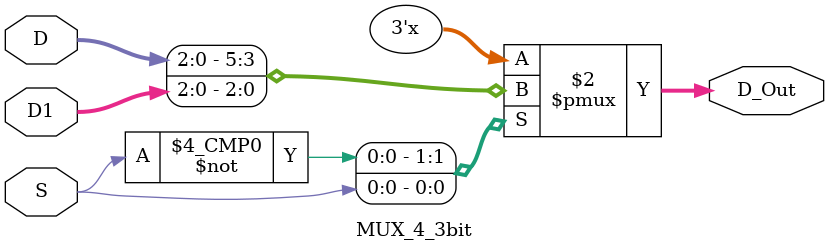
<source format=sv>
module MUX_4_3bit(input logic [2:0] D, D1,
						input logic S,
						output logic [2:0] D_Out);
						
			always_comb
			begin
				unique case(S)
					1'b0: D_Out = D;
					1'b1: D_Out = D1;
				endcase
			end
						

endmodule 

</source>
